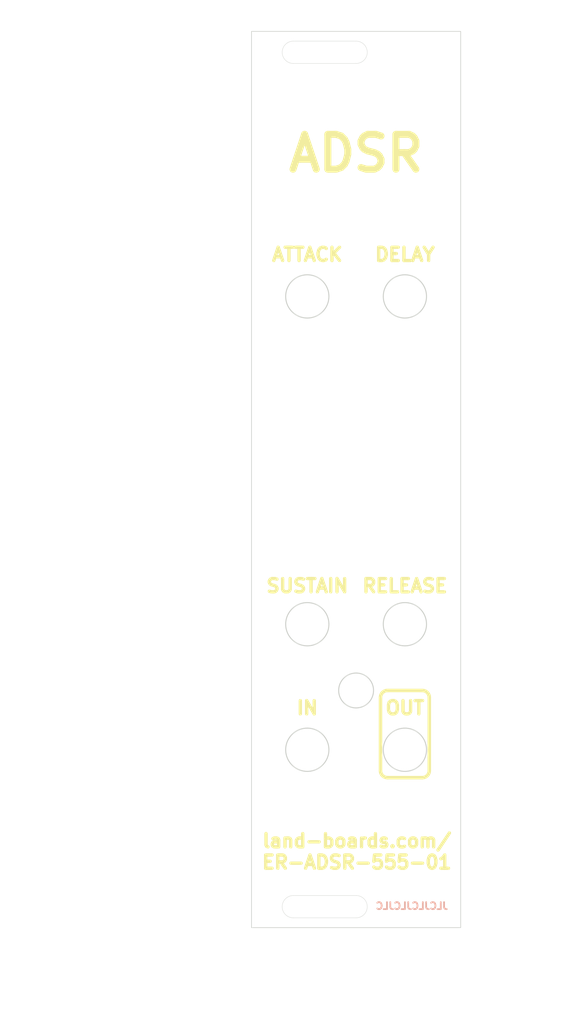
<source format=kicad_pcb>
(kicad_pcb (version 20211014) (generator pcbnew)

  (general
    (thickness 1.6)
  )

  (paper "A4")
  (layers
    (0 "F.Cu" signal)
    (31 "B.Cu" signal)
    (32 "B.Adhes" user "B.Adhesive")
    (33 "F.Adhes" user "F.Adhesive")
    (34 "B.Paste" user)
    (35 "F.Paste" user)
    (36 "B.SilkS" user "B.Silkscreen")
    (37 "F.SilkS" user "F.Silkscreen")
    (38 "B.Mask" user)
    (39 "F.Mask" user)
    (40 "Dwgs.User" user "User.Drawings")
    (41 "Cmts.User" user "User.Comments")
    (42 "Eco1.User" user "User.Eco1")
    (43 "Eco2.User" user "User.Eco2")
    (44 "Edge.Cuts" user)
    (45 "Margin" user)
    (46 "B.CrtYd" user "B.Courtyard")
    (47 "F.CrtYd" user "F.Courtyard")
    (48 "B.Fab" user)
    (49 "F.Fab" user)
    (50 "User.1" user)
    (51 "User.2" user)
    (52 "User.3" user)
    (53 "User.4" user)
    (54 "User.5" user)
    (55 "User.6" user)
    (56 "User.7" user)
    (57 "User.8" user)
    (58 "User.9" user)
  )

  (setup
    (pad_to_mask_clearance 0)
    (pcbplotparams
      (layerselection 0x00010f0_ffffffff)
      (disableapertmacros false)
      (usegerberextensions true)
      (usegerberattributes true)
      (usegerberadvancedattributes true)
      (creategerberjobfile false)
      (svguseinch false)
      (svgprecision 6)
      (excludeedgelayer true)
      (plotframeref false)
      (viasonmask false)
      (mode 1)
      (useauxorigin false)
      (hpglpennumber 1)
      (hpglpenspeed 20)
      (hpglpendiameter 15.000000)
      (dxfpolygonmode true)
      (dxfimperialunits true)
      (dxfusepcbnewfont true)
      (psnegative false)
      (psa4output false)
      (plotreference true)
      (plotvalue true)
      (plotinvisibletext false)
      (sketchpadsonfab false)
      (subtractmaskfromsilk false)
      (outputformat 1)
      (mirror false)
      (drillshape 0)
      (scaleselection 1)
      (outputdirectory "PLOTS/")
    )
  )

  (net 0 "")

  (gr_line (start 60.5 98) (end 55.5 98) (layer "F.SilkS") (width 0.5) (tstamp 15db53b5-ffb8-433f-8108-904b03ef7798))
  (gr_line (start 61.5 86.5) (end 61.5 97) (layer "F.SilkS") (width 0.5) (tstamp 2149c7a5-b4b6-4a47-aeeb-e3fdb854477d))
  (gr_line (start 55.5 85.5) (end 60.5 85.5) (layer "F.SilkS") (width 0.5) (tstamp 44329aaf-4d75-4a8b-a7a3-84f3e375f292))
  (gr_line (start 54.5 97) (end 54.5 86.5) (layer "F.SilkS") (width 0.5) (tstamp 62407bff-f293-4451-887b-5eaa62024bf4))
  (gr_arc (start 60.5 85.5) (mid 61.207106 85.792893) (end 61.5 86.5) (layer "F.SilkS") (width 0.5) (tstamp ae7981c6-f1c6-45b7-9b28-5fb757c00b87))
  (gr_arc (start 61.5 97) (mid 61.207107 97.707106) (end 60.5 98) (layer "F.SilkS") (width 0.5) (tstamp b74d0c12-845d-4162-a938-68d028f8d527))
  (gr_arc (start 54.5 86.5) (mid 54.792893 85.792894) (end 55.5 85.5) (layer "F.SilkS") (width 0.5) (tstamp bc5adf06-03fa-4551-8ef4-3fc804c5cd2e))
  (gr_arc (start 55.5 98) (mid 54.792894 97.707107) (end 54.5 97) (layer "F.SilkS") (width 0.5) (tstamp ee0fdac1-c638-4d94-82c2-d7a509145d99))
  (gr_rect (start 36 -9) (end 66 119.5) (layer "Dwgs.User") (width 0.5) (fill none) (tstamp 6187a3cd-924a-4cb4-91c7-2f5ceed90e05))
  (gr_line (start 21 67) (end 31 67) (layer "Dwgs.User") (width 0.15) (tstamp c0a6f852-6471-4d35-821f-bf40c1cf4758))
  (gr_arc (start 42 -4.4) (mid 40.4 -6) (end 42 -7.6) (layer "Edge.Cuts") (width 0.05) (tstamp 02c6f949-f3c3-4e34-8bc1-8aa811f53123))
  (gr_circle (center 58.000011 28.999993) (end 61.10001 28.999993) (layer "Edge.Cuts") (width 0.15) (fill none) (tstamp 04e95ba8-93e6-430c-a24b-1fab14c2cfef))
  (gr_circle (center 58 94) (end 61.1 94) (layer "Edge.Cuts") (width 0.15) (fill none) (tstamp 303029d5-c465-4af7-b36c-82f4110de2f6))
  (gr_line (start 51 -4.4) (end 42 -4.4) (layer "Edge.Cuts") (width 0.05) (tstamp 386e4c7c-a79f-425e-a674-f354ec7d9c46))
  (gr_arc (start 51 114.9) (mid 52.6 116.5) (end 51 118.1) (layer "Edge.Cuts") (width 0.05) (tstamp 55fdbf37-93ec-4489-b99d-2778986cddf5))
  (gr_arc (start 51 -7.6) (mid 52.6 -6) (end 51 -4.4) (layer "Edge.Cuts") (width 0.05) (tstamp 5da1b3e2-2ab5-47dc-8486-8f43d0855a5f))
  (gr_rect (start 36 -9) (end 66 119.5) (layer "Edge.Cuts") (width 0.1) (fill none) (tstamp 7308e13a-4809-4e8e-af65-9905819aa376))
  (gr_circle (center 44 94) (end 47.1 94) (layer "Edge.Cuts") (width 0.15) (fill none) (tstamp 865cf650-a1c3-490a-9e79-caf4c02fafbf))
  (gr_line (start 42 -7.6) (end 51 -7.6) (layer "Edge.Cuts") (width 0.05) (tstamp 88f42f1f-5b79-4315-a039-7bbb84228026))
  (gr_circle (center 43.999988 28.999993) (end 47.099987 28.999993) (layer "Edge.Cuts") (width 0.15) (fill none) (tstamp 8e44117a-e842-4750-81c2-3d5f8c7214bb))
  (gr_circle (center 58 76) (end 61.1 76) (layer "Edge.Cuts") (width 0.15) (fill none) (tstamp ac4be96d-9bf6-49ed-a31e-d5117dd71b38))
  (gr_line (start 42 114.9) (end 51 114.9) (layer "Edge.Cuts") (width 0.05) (tstamp c28bdfe9-0b98-47ff-a1f0-83c04c9b112d))
  (gr_circle (center 51 85.5) (end 53.5 85.5) (layer "Edge.Cuts") (width 0.15) (fill none) (tstamp cccc183d-f591-443c-b10b-559e23d1baf1))
  (gr_line (start 51 118.1) (end 42 118.1) (layer "Edge.Cuts") (width 0.05) (tstamp d70f70cb-6194-44f9-96e2-0896e72a0528))
  (gr_circle (center 44 76) (end 47.1 76) (layer "Edge.Cuts") (width 0.15) (fill none) (tstamp e7b17cdf-7c65-48cb-9cd3-c677087da7d5))
  (gr_arc (start 42 118.1) (mid 40.4 116.5) (end 42 114.9) (layer "Edge.Cuts") (width 0.05) (tstamp fa7e5dc4-a142-4ee0-91f5-e79b80fca880))
  (gr_text "JLCJLCJLCJLC" (at 59 116.4) (layer "B.SilkS") (tstamp 9388747b-3626-47eb-9511-6e955eb0a961)
    (effects (font (size 1 1) (thickness 0.25)) (justify mirror))
  )
  (gr_text "OUT" (at 58.000011 88.000002) (layer "F.SilkS") (tstamp 2a10e790-a24c-4f40-b19d-c3e9f4e338bc)
    (effects (font (size 1.905 1.905) (thickness 0.47625)))
  )
  (gr_text "IN" (at 43.999988 88.000002) (layer "F.SilkS") (tstamp 2a7960e9-9205-4edf-b9bb-e17572564874)
    (effects (font (size 1.905 1.905) (thickness 0.47625)))
  )
  (gr_text "DELAY" (at 58.000011 23) (layer "F.SilkS") (tstamp 77a7ee4e-365f-4bcd-b716-26952ca4e15f)
    (effects (font (size 1.905 1.905) (thickness 0.47625)))
  )
  (gr_text "ATTACK" (at 43.999988 23) (layer "F.SilkS") (tstamp 827461ae-b072-4582-979e-41442a5a72dc)
    (effects (font (size 1.905 1.905) (thickness 0.47625)))
  )
  (gr_text "SUSTAIN" (at 43.999988 70.500011) (layer "F.SilkS") (tstamp 8f5f70b9-4d4b-498c-bf41-6adfb5868132)
    (effects (font (size 1.905 1.905) (thickness 0.47625)))
  )
  (gr_text "land-boards.com/\nER-ADSR-555-01" (at 51.099999 108.600011) (layer "F.SilkS") (tstamp 970a683d-9531-4c94-8306-6f773ad45df6)
    (effects (font (size 1.905 1.905) (thickness 0.47625)))
  )
  (gr_text "RELEASE" (at 58.000011 70.500011) (layer "F.SilkS") (tstamp aa2197a7-73c3-46b9-8dcb-97bd6b07af6f)
    (effects (font (size 1.905 1.905) (thickness 0.47625)))
  )
  (gr_text "ADSR" (at 51 8.5) (layer "F.SilkS") (tstamp c57ee958-1bb4-4829-baf3-b969ec805a72)
    (effects (font (size 5 5) (thickness 1)))
  )
  (dimension (type aligned) (layer "Dwgs.User") (tstamp 057c19cd-6662-4691-80a2-d6aae7ae2c76)
    (pts (xy 28 110) (xy 28 119.5))
    (height -45)
    (gr_text "9.5 mm" (at 73 114.75 90) (layer "Dwgs.User") (tstamp 057c19cd-6662-4691-80a2-d6aae7ae2c76)
      (effects (font (size 1 1) (thickness 0.15)))
    )
    (format (units 2) (units_format 1) (precision 1))
    (style (thickness 0.15) (arrow_length 1.27) (text_position_mode 1) (extension_height 0.58642) (extension_offset 0.5) keep_text_aligned)
  )
  (dimension (type aligned) (layer "Dwgs.User") (tstamp 0795b66a-4f79-4bf3-a695-c170bedc7296)
    (pts (xy 36 -9) (xy 44 -9))
    (height 135)
    (gr_text "8.0 mm" (at 40 124.5) (layer "Dwgs.User") (tstamp 0795b66a-4f79-4bf3-a695-c170bedc7296)
      (effects (font (size 1 1) (thickness 0.15)))
    )
    (format (units 2) (units_format 1) (precision 1))
    (style (thickness 0.15) (arrow_length 1.27) (text_position_mode 2) (extension_height 0.58642) (extension_offset 0.5) keep_text_aligned)
  )
  (dimension (type aligned) (layer "Dwgs.User") (tstamp 0f95408f-3488-43f1-9815-f813349f4197)
    (pts (xy 66 -9) (xy 58 -9))
    (height -135)
    (gr_text "8.0 mm" (at 62 124.5) (layer "Dwgs.User") (tstamp 0f95408f-3488-43f1-9815-f813349f4197)
      (effects (font (size 1 1) (thickness 0.15)))
    )
    (format (units 2) (units_format 1) (precision 1))
    (style (thickness 0.15) (arrow_length 1.27) (text_position_mode 2) (extension_height 0.58642) (extension_offset 0.5) keep_text_aligned)
  )
  (dimension (type aligned) (layer "Dwgs.User") (tstamp 1dd6685e-3338-48f3-8c20-af1e542fe554)
    (pts (xy 0 76) (xy 0 94))
    (height -72.75)
    (gr_text "18.0 mm" (at 72.75 85 90) (layer "Dwgs.User") (tstamp 1dd6685e-3338-48f3-8c20-af1e542fe554)
      (effects (font (size 1 1) (thickness 0.15)))
    )
    (format (units 2) (units_format 1) (precision 1))
    (style (thickness 0.15) (arrow_length 1.27) (text_position_mode 1) (extension_height 0.58642) (extension_offset 0.5) keep_text_aligned)
  )
  (dimension (type aligned) (layer "Dwgs.User") (tstamp 3af3c3a3-a879-44e2-968f-198cff4cdde2)
    (pts (xy 44 119.5) (xy 58 119.5))
    (height 6.5)
    (gr_text "14.0 mm" (at 51 126) (layer "Dwgs.User") (tstamp 3af3c3a3-a879-44e2-968f-198cff4cdde2)
      (effects (font (size 1 1) (thickness 0.15)))
    )
    (format (units 2) (units_format 1) (precision 1))
    (style (thickness 0.15) (arrow_length 1.27) (text_position_mode 1) (extension_height 0.58642) (extension_offset 0.5) keep_text_aligned)
  )
  (dimension (type aligned) (layer "Dwgs.User") (tstamp 3c6cc0da-f5de-4216-b52f-9e238e346c84)
    (pts (xy 66 -9) (xy 66 0))
    (height 35)
    (gr_text "9.0 mm" (at 31 -4.5 90) (layer "Dwgs.User") (tstamp 3c6cc0da-f5de-4216-b52f-9e238e346c84)
      (effects (font (size 1 1) (thickness 0.15)))
    )
    (format (units 2) (units_format 1) (precision 1))
    (style (thickness 0.15) (arrow_length 1.27) (text_position_mode 1) (extension_height 0.58642) (extension_offset 0.5) keep_text_aligned)
  )
  (dimension (type aligned) (layer "Dwgs.User") (tstamp 4213f9a2-195a-4386-ab4d-eae8968c841d)
    (pts (xy 28 94) (xy 28 110))
    (height -45)
    (gr_text "16.0 mm" (at 73 102 90) (layer "Dwgs.User") (tstamp 4213f9a2-195a-4386-ab4d-eae8968c841d)
      (effects (font (size 1 1) (thickness 0.15)))
    )
    (format (units 2) (units_format 1) (precision 1))
    (style (thickness 0.15) (arrow_length 1.27) (text_position_mode 1) (extension_height 0.58642) (extension_offset 0.5) keep_text_aligned)
  )
  (dimension (type aligned) (layer "Dwgs.User") (tstamp 4eec4936-c976-4d76-b265-d8ad6d190eae)
    (pts (xy 36 -9) (xy 51 -9))
    (height 141.5)
    (gr_text "15.0 mm" (at 43.5 132.5) (layer "Dwgs.User") (tstamp 4eec4936-c976-4d76-b265-d8ad6d190eae)
      (effects (font (size 1 1) (thickness 0.15)))
    )
    (format (units 2) (units_format 1) (precision 1))
    (style (thickness 0.15) (arrow_length 1.27) (text_position_mode 1) (extension_height 0.58642) (extension_offset 0.5) keep_text_aligned)
  )
  (dimension (type aligned) (layer "Dwgs.User") (tstamp 5b776f4c-8c89-4693-ae1d-b113dd65853c)
    (pts (xy -0.5 110) (xy -0.5 94))
    (height 32)
    (gr_text "16.0 mm" (at 31.5 102 90) (layer "Dwgs.User") (tstamp 5b776f4c-8c89-4693-ae1d-b113dd65853c)
      (effects (font (size 1 1) (thickness 0.15)))
    )
    (format (units 2) (units_format 1) (precision 1))
    (style (thickness 0.15) (arrow_length 1.27) (text_position_mode 1) (extension_height 0.58642) (extension_offset 0.5) keep_text_aligned)
  )
  (dimension (type aligned) (layer "Dwgs.User") (tstamp 69c4cad6-76ae-4e19-b144-6c4e49661926)
    (pts (xy 0 76) (xy 0 29))
    (height 72.5)
    (gr_text "47.0 mm" (at 72.5 52.5 90) (layer "Dwgs.User") (tstamp 69c4cad6-76ae-4e19-b144-6c4e49661926)
      (effects (font (size 1 1) (thickness 0.15)))
    )
    (format (units 2) (units_format 1) (precision 1))
    (style (thickness 0.15) (arrow_length 1.27) (text_position_mode 1) (extension_height 0.58642) (extension_offset 0.5) keep_text_aligned)
  )
  (dimension (type aligned) (layer "Dwgs.User") (tstamp 6e49eaf9-64e6-4ce5-bc4c-6789713220f1)
    (pts (xy 0 0) (xy 0 7))
    (height -72.75)
    (gr_text "7.0 mm" (at 71.6 3.5 90) (layer "Dwgs.User") (tstamp 6e49eaf9-64e6-4ce5-bc4c-6789713220f1)
      (effects (font (size 1 1) (thickness 0.15)))
    )
    (format (units 2) (units_format 1) (precision 1))
    (style (thickness 0.15) (arrow_length 1.27) (text_position_mode 0) (extension_height 0.58642) (extension_offset 0.5) keep_text_aligned)
  )
  (dimension (type aligned) (layer "Dwgs.User") (tstamp 775c13a3-2540-4a1a-8fe7-d33de4d3cd59)
    (pts (xy 66 -9) (xy 65 -9))
    (height -131.5)
    (gr_text "1.0 mm" (at 70 122.5) (layer "Dwgs.User") (tstamp 775c13a3-2540-4a1a-8fe7-d33de4d3cd59)
      (effects (font (size 1 1) (thickness 0.15)))
    )
    (format (units 2) (units_format 1) (precision 1))
    (style (thickness 0.15) (arrow_length 1.27) (text_position_mode 2) (extension_height 0.58642) (extension_offset 0.5) keep_text_aligned)
  )
  (dimension (type aligned) (layer "Dwgs.User") (tstamp 7e469a82-52a7-4eb1-be03-bc9c0642b27e)
    (pts (xy 36 -9) (xy 36 -6))
    (height -34)
    (gr_text "3.0000 mm" (at 68.85 -7.5 90) (layer "Dwgs.User") (tstamp e50812bf-0199-4ce8-96e2-2acd9a19f7c3)
      (effects (font (size 1 1) (thickness 0.15)))
    )
    (format (units 3) (units_format 1) (precision 4))
    (style (thickness 0.15) (arrow_length 1.27) (text_position_mode 0) (extension_height 0.58642) (extension_offset 0.5) keep_text_aligned)
  )
  (dimension (type aligned) (layer "Dwgs.User") (tstamp 8761c216-6a19-4e65-9def-76e901bab871)
    (pts (xy 0 7) (xy 0 29))
    (height -72.75)
    (gr_text "22.0 mm" (at 72.75 18 90) (layer "Dwgs.User") (tstamp 8761c216-6a19-4e65-9def-76e901bab871)
      (effects (font (size 1 1) (thickness 0.15)))
    )
    (format (units 2) (units_format 1) (precision 1))
    (style (thickness 0.15) (arrow_length 1.27) (text_position_mode 1) (extension_height 0.58642) (extension_offset 0.5) keep_text_aligned)
  )
  (dimension (type aligned) (layer "Dwgs.User") (tstamp 87b77cd9-8a80-463a-8114-083d84bc0705)
    (pts (xy 36 -9) (xy 42 -9))
    (height 132.5)
    (gr_text "6.0000 mm" (at 39 122.35) (layer "Dwgs.User") (tstamp 6483a61d-b10a-47a8-8abb-aca573d14ee8)
      (effects (font (size 1 1) (thickness 0.15)))
    )
    (format (units 3) (units_format 1) (precision 4))
    (style (thickness 0.15) (arrow_length 1.27) (text_position_mode 0) (extension_height 0.58642) (extension_offset 0.5) keep_text_aligned)
  )
  (dimension (type aligned) (layer "Dwgs.User") (tstamp b54ae0e8-7728-465f-8eb5-9b8da2acf335)
    (pts (xy 35.5 116.5) (xy 35.5 119.5))
    (height -34)
    (gr_text "3.0000 mm" (at 68.35 118 90) (layer "Dwgs.User") (tstamp e50812bf-0199-4ce8-96e2-2acd9a19f7c3)
      (effects (font (size 1 1) (thickness 0.15)))
    )
    (format (units 3) (units_format 1) (precision 4))
    (style (thickness 0.15) (arrow_length 1.27) (text_position_mode 0) (extension_height 0.58642) (extension_offset 0.5) keep_text_aligned)
  )
  (dimension (type aligned) (layer "Dwgs.User") (tstamp c30d8e81-c7c6-4a57-8935-719eadb4260d)
    (pts (xy 36 -9) (xy 37 -9))
    (height 132)
    (gr_text "1.0 mm" (at 32.5 123) (layer "Dwgs.User") (tstamp c30d8e81-c7c6-4a57-8935-719eadb4260d)
      (effects (font (size 1 1) (thickness 0.15)))
    )
    (format (units 2) (units_format 1) (precision 1))
    (style (thickness 0.15) (arrow_length 1.27) (text_position_mode 2) (extension_height 0.58642) (extension_offset 0.5) keep_text_aligned)
  )
  (dimension (type aligned) (layer "Dwgs.User") (tstamp d16f5958-e4a0-44f1-b822-e47260edebb9)
    (pts (xy 36 0) (xy 36 -9))
    (height 36.75)
    (gr_text "9.0 mm" (at 72.75 -4.5 90) (layer "Dwgs.User") (tstamp d16f5958-e4a0-44f1-b822-e47260edebb9)
      (effects (font (size 1 1) (thickness 0.15)))
    )
    (format (units 2) (units_format 1) (precision 1))
    (style (thickness 0.15) (arrow_length 1.27) (text_position_mode 1) (extension_height 0.58642) (extension_offset 0.5) keep_text_aligned)
  )
  (dimension (type aligned) (layer "Dwgs.User") (tstamp d195bb34-6ea9-4505-9e6a-c33a00918675)
    (pts (xy 36 -9) (xy 42 -9))
    (height -2.5)
    (gr_text "6.0000 mm" (at 39 -12.65) (layer "Dwgs.User") (tstamp e90e04a4-2fa1-4750-af45-3d38f1d9d020)
      (effects (font (size 1 1) (thickness 0.15)))
    )
    (format (units 3) (units_format 1) (precision 4))
    (style (thickness 0.15) (arrow_length 1.27) (text_position_mode 0) (extension_height 0.58642) (extension_offset 0.5) keep_text_aligned)
  )
  (dimension (type aligned) (layer "Dwgs.User") (tstamp deb9964c-6fd9-4f96-9eed-3d8fbd351553)
    (pts (xy 0 76) (xy 0 85.5))
    (height -69.5)
    (gr_text "9.5 mm" (at 69.5 80.75 90) (layer "Dwgs.User") (tstamp deb9964c-6fd9-4f96-9eed-3d8fbd351553)
      (effects (font (size 1 1) (thickness 0.15)))
    )
    (format (units 2) (units_format 1) (precision 1))
    (style (thickness 0.15) (arrow_length 1.27) (text_position_mode 1) (extension_height 0.58642) (extension_offset 0.5) keep_text_aligned)
  )
  (dimension (type aligned) (layer "Dwgs.User") (tstamp fb9e9e4d-0767-484e-8187-466c0f1e401e)
    (pts (xy 66 119.5) (xy 66 -9))
    (height 12)
    (gr_text "128.5 mm" (at 78 55.25 90) (layer "Dwgs.User") (tstamp fb9e9e4d-0767-484e-8187-466c0f1e401e)
      (effects (font (size 1 1) (thickness 0.15)))
    )
    (format (units 2) (units_format 1) (precision 1))
    (style (thickness 0.15) (arrow_length 1.27) (text_position_mode 1) (extension_height 0.58642) (extension_offset 0.5) keep_text_aligned)
  )

)

</source>
